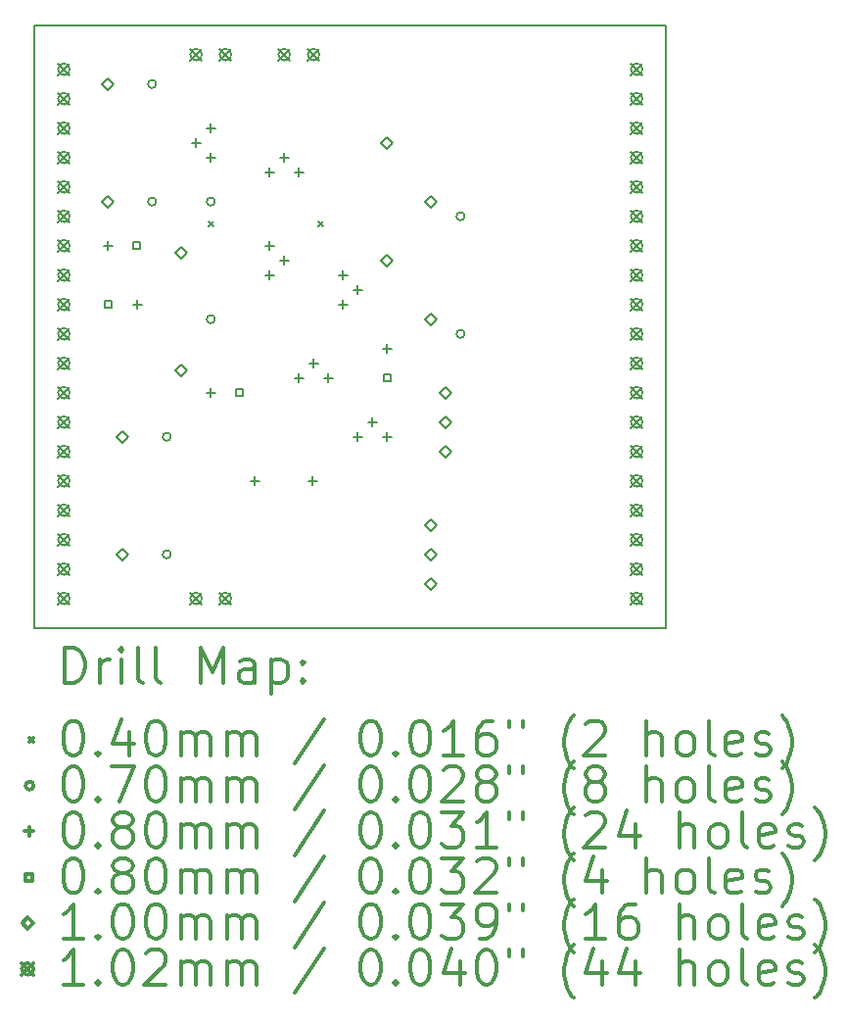
<source format=gbr>
%FSLAX45Y45*%
G04 Gerber Fmt 4.5, Leading zero omitted, Abs format (unit mm)*
G04 Created by KiCad (PCBNEW 4.0.3+e1-6302~38~ubuntu16.04.1-stable) date Thu Aug 25 12:25:44 2016*
%MOMM*%
%LPD*%
G01*
G04 APERTURE LIST*
%ADD10C,0.127000*%
%ADD11C,0.150000*%
%ADD12C,0.200000*%
%ADD13C,0.300000*%
G04 APERTURE END LIST*
D10*
D11*
X9398000Y-7747000D02*
X3937000Y-7747000D01*
X9398000Y-12954000D02*
X9398000Y-7747000D01*
X3937000Y-12954000D02*
X9398000Y-12954000D01*
X3937000Y-7747000D02*
X3937000Y-12954000D01*
D12*
X5441000Y-9441500D02*
X5481000Y-9481500D01*
X5481000Y-9441500D02*
X5441000Y-9481500D01*
X6393500Y-9441500D02*
X6433500Y-9481500D01*
X6433500Y-9441500D02*
X6393500Y-9481500D01*
X4988306Y-8255052D02*
G75*
G03X4988306Y-8255052I-35052J0D01*
G01*
X4988306Y-9271052D02*
G75*
G03X4988306Y-9271052I-35052J0D01*
G01*
X5115306Y-11303052D02*
G75*
G03X5115306Y-11303052I-35052J0D01*
G01*
X5115306Y-12319052D02*
G75*
G03X5115306Y-12319052I-35052J0D01*
G01*
X5496306Y-9271052D02*
G75*
G03X5496306Y-9271052I-35052J0D01*
G01*
X5496306Y-10287052D02*
G75*
G03X5496306Y-10287052I-35052J0D01*
G01*
X7655306Y-9398052D02*
G75*
G03X7655306Y-9398052I-35052J0D01*
G01*
X7655306Y-10414052D02*
G75*
G03X7655306Y-10414052I-35052J0D01*
G01*
X4572000Y-9612000D02*
X4572000Y-9692000D01*
X4532000Y-9652000D02*
X4612000Y-9652000D01*
X4826000Y-10120000D02*
X4826000Y-10200000D01*
X4786000Y-10160000D02*
X4866000Y-10160000D01*
X5334000Y-8723000D02*
X5334000Y-8803000D01*
X5294000Y-8763000D02*
X5374000Y-8763000D01*
X5461000Y-8596000D02*
X5461000Y-8676000D01*
X5421000Y-8636000D02*
X5501000Y-8636000D01*
X5461000Y-8850000D02*
X5461000Y-8930000D01*
X5421000Y-8890000D02*
X5501000Y-8890000D01*
X5461000Y-10882000D02*
X5461000Y-10962000D01*
X5421000Y-10922000D02*
X5501000Y-10922000D01*
X5842000Y-11644000D02*
X5842000Y-11724000D01*
X5802000Y-11684000D02*
X5882000Y-11684000D01*
X5969000Y-8977000D02*
X5969000Y-9057000D01*
X5929000Y-9017000D02*
X6009000Y-9017000D01*
X5969000Y-9612000D02*
X5969000Y-9692000D01*
X5929000Y-9652000D02*
X6009000Y-9652000D01*
X5969000Y-9866000D02*
X5969000Y-9946000D01*
X5929000Y-9906000D02*
X6009000Y-9906000D01*
X6096000Y-8850000D02*
X6096000Y-8930000D01*
X6056000Y-8890000D02*
X6136000Y-8890000D01*
X6096000Y-9739000D02*
X6096000Y-9819000D01*
X6056000Y-9779000D02*
X6136000Y-9779000D01*
X6223000Y-8977000D02*
X6223000Y-9057000D01*
X6183000Y-9017000D02*
X6263000Y-9017000D01*
X6223000Y-10755000D02*
X6223000Y-10835000D01*
X6183000Y-10795000D02*
X6263000Y-10795000D01*
X6342000Y-11644000D02*
X6342000Y-11724000D01*
X6302000Y-11684000D02*
X6382000Y-11684000D01*
X6350000Y-10628000D02*
X6350000Y-10708000D01*
X6310000Y-10668000D02*
X6390000Y-10668000D01*
X6477000Y-10755000D02*
X6477000Y-10835000D01*
X6437000Y-10795000D02*
X6517000Y-10795000D01*
X6604000Y-9866000D02*
X6604000Y-9946000D01*
X6564000Y-9906000D02*
X6644000Y-9906000D01*
X6604000Y-10120000D02*
X6604000Y-10200000D01*
X6564000Y-10160000D02*
X6644000Y-10160000D01*
X6731000Y-9993000D02*
X6731000Y-10073000D01*
X6691000Y-10033000D02*
X6771000Y-10033000D01*
X6731000Y-11263000D02*
X6731000Y-11343000D01*
X6691000Y-11303000D02*
X6771000Y-11303000D01*
X6858000Y-11136000D02*
X6858000Y-11216000D01*
X6818000Y-11176000D02*
X6898000Y-11176000D01*
X6985000Y-10501000D02*
X6985000Y-10581000D01*
X6945000Y-10541000D02*
X7025000Y-10541000D01*
X6985000Y-11263000D02*
X6985000Y-11343000D01*
X6945000Y-11303000D02*
X7025000Y-11303000D01*
X4604288Y-10188288D02*
X4604288Y-10131712D01*
X4547712Y-10131712D01*
X4547712Y-10188288D01*
X4604288Y-10188288D01*
X4850288Y-9680288D02*
X4850288Y-9623712D01*
X4793712Y-9623712D01*
X4793712Y-9680288D01*
X4850288Y-9680288D01*
X5739288Y-10950288D02*
X5739288Y-10893712D01*
X5682712Y-10893712D01*
X5682712Y-10950288D01*
X5739288Y-10950288D01*
X7013288Y-10819288D02*
X7013288Y-10762712D01*
X6956712Y-10762712D01*
X6956712Y-10819288D01*
X7013288Y-10819288D01*
X4572000Y-8305038D02*
X4622038Y-8255000D01*
X4572000Y-8204962D01*
X4521962Y-8255000D01*
X4572000Y-8305038D01*
X4572000Y-9321038D02*
X4622038Y-9271000D01*
X4572000Y-9220962D01*
X4521962Y-9271000D01*
X4572000Y-9321038D01*
X4699000Y-11353038D02*
X4749038Y-11303000D01*
X4699000Y-11252962D01*
X4648962Y-11303000D01*
X4699000Y-11353038D01*
X4699000Y-12369038D02*
X4749038Y-12319000D01*
X4699000Y-12268962D01*
X4648962Y-12319000D01*
X4699000Y-12369038D01*
X5207000Y-9765538D02*
X5257038Y-9715500D01*
X5207000Y-9665462D01*
X5156962Y-9715500D01*
X5207000Y-9765538D01*
X5207000Y-10781538D02*
X5257038Y-10731500D01*
X5207000Y-10681462D01*
X5156962Y-10731500D01*
X5207000Y-10781538D01*
X6985000Y-8813038D02*
X7035038Y-8763000D01*
X6985000Y-8712962D01*
X6934962Y-8763000D01*
X6985000Y-8813038D01*
X6985000Y-9829038D02*
X7035038Y-9779000D01*
X6985000Y-9728962D01*
X6934962Y-9779000D01*
X6985000Y-9829038D01*
X7366000Y-9321038D02*
X7416038Y-9271000D01*
X7366000Y-9220962D01*
X7315962Y-9271000D01*
X7366000Y-9321038D01*
X7366000Y-10337038D02*
X7416038Y-10287000D01*
X7366000Y-10236962D01*
X7315962Y-10287000D01*
X7366000Y-10337038D01*
X7366000Y-12115038D02*
X7416038Y-12065000D01*
X7366000Y-12014962D01*
X7315962Y-12065000D01*
X7366000Y-12115038D01*
X7366000Y-12369038D02*
X7416038Y-12319000D01*
X7366000Y-12268962D01*
X7315962Y-12319000D01*
X7366000Y-12369038D01*
X7366000Y-12623038D02*
X7416038Y-12573000D01*
X7366000Y-12522962D01*
X7315962Y-12573000D01*
X7366000Y-12623038D01*
X7493000Y-10972038D02*
X7543038Y-10922000D01*
X7493000Y-10871962D01*
X7442962Y-10922000D01*
X7493000Y-10972038D01*
X7493000Y-11226038D02*
X7543038Y-11176000D01*
X7493000Y-11125962D01*
X7442962Y-11176000D01*
X7493000Y-11226038D01*
X7493000Y-11480038D02*
X7543038Y-11430000D01*
X7493000Y-11379962D01*
X7442962Y-11430000D01*
X7493000Y-11480038D01*
X4140200Y-8077200D02*
X4241800Y-8178800D01*
X4241800Y-8077200D02*
X4140200Y-8178800D01*
X4241800Y-8128000D02*
G75*
G03X4241800Y-8128000I-50800J0D01*
G01*
X4140200Y-8331200D02*
X4241800Y-8432800D01*
X4241800Y-8331200D02*
X4140200Y-8432800D01*
X4241800Y-8382000D02*
G75*
G03X4241800Y-8382000I-50800J0D01*
G01*
X4140200Y-8585200D02*
X4241800Y-8686800D01*
X4241800Y-8585200D02*
X4140200Y-8686800D01*
X4241800Y-8636000D02*
G75*
G03X4241800Y-8636000I-50800J0D01*
G01*
X4140200Y-8839200D02*
X4241800Y-8940800D01*
X4241800Y-8839200D02*
X4140200Y-8940800D01*
X4241800Y-8890000D02*
G75*
G03X4241800Y-8890000I-50800J0D01*
G01*
X4140200Y-9093200D02*
X4241800Y-9194800D01*
X4241800Y-9093200D02*
X4140200Y-9194800D01*
X4241800Y-9144000D02*
G75*
G03X4241800Y-9144000I-50800J0D01*
G01*
X4140200Y-9347200D02*
X4241800Y-9448800D01*
X4241800Y-9347200D02*
X4140200Y-9448800D01*
X4241800Y-9398000D02*
G75*
G03X4241800Y-9398000I-50800J0D01*
G01*
X4140200Y-9601200D02*
X4241800Y-9702800D01*
X4241800Y-9601200D02*
X4140200Y-9702800D01*
X4241800Y-9652000D02*
G75*
G03X4241800Y-9652000I-50800J0D01*
G01*
X4140200Y-9855200D02*
X4241800Y-9956800D01*
X4241800Y-9855200D02*
X4140200Y-9956800D01*
X4241800Y-9906000D02*
G75*
G03X4241800Y-9906000I-50800J0D01*
G01*
X4140200Y-10109200D02*
X4241800Y-10210800D01*
X4241800Y-10109200D02*
X4140200Y-10210800D01*
X4241800Y-10160000D02*
G75*
G03X4241800Y-10160000I-50800J0D01*
G01*
X4140200Y-10363200D02*
X4241800Y-10464800D01*
X4241800Y-10363200D02*
X4140200Y-10464800D01*
X4241800Y-10414000D02*
G75*
G03X4241800Y-10414000I-50800J0D01*
G01*
X4140200Y-10617200D02*
X4241800Y-10718800D01*
X4241800Y-10617200D02*
X4140200Y-10718800D01*
X4241800Y-10668000D02*
G75*
G03X4241800Y-10668000I-50800J0D01*
G01*
X4140200Y-10871200D02*
X4241800Y-10972800D01*
X4241800Y-10871200D02*
X4140200Y-10972800D01*
X4241800Y-10922000D02*
G75*
G03X4241800Y-10922000I-50800J0D01*
G01*
X4140200Y-11125200D02*
X4241800Y-11226800D01*
X4241800Y-11125200D02*
X4140200Y-11226800D01*
X4241800Y-11176000D02*
G75*
G03X4241800Y-11176000I-50800J0D01*
G01*
X4140200Y-11379200D02*
X4241800Y-11480800D01*
X4241800Y-11379200D02*
X4140200Y-11480800D01*
X4241800Y-11430000D02*
G75*
G03X4241800Y-11430000I-50800J0D01*
G01*
X4140200Y-11633200D02*
X4241800Y-11734800D01*
X4241800Y-11633200D02*
X4140200Y-11734800D01*
X4241800Y-11684000D02*
G75*
G03X4241800Y-11684000I-50800J0D01*
G01*
X4140200Y-11887200D02*
X4241800Y-11988800D01*
X4241800Y-11887200D02*
X4140200Y-11988800D01*
X4241800Y-11938000D02*
G75*
G03X4241800Y-11938000I-50800J0D01*
G01*
X4140200Y-12141200D02*
X4241800Y-12242800D01*
X4241800Y-12141200D02*
X4140200Y-12242800D01*
X4241800Y-12192000D02*
G75*
G03X4241800Y-12192000I-50800J0D01*
G01*
X4140200Y-12395200D02*
X4241800Y-12496800D01*
X4241800Y-12395200D02*
X4140200Y-12496800D01*
X4241800Y-12446000D02*
G75*
G03X4241800Y-12446000I-50800J0D01*
G01*
X4140200Y-12649200D02*
X4241800Y-12750800D01*
X4241800Y-12649200D02*
X4140200Y-12750800D01*
X4241800Y-12700000D02*
G75*
G03X4241800Y-12700000I-50800J0D01*
G01*
X5283200Y-7950200D02*
X5384800Y-8051800D01*
X5384800Y-7950200D02*
X5283200Y-8051800D01*
X5384800Y-8001000D02*
G75*
G03X5384800Y-8001000I-50800J0D01*
G01*
X5283200Y-12649200D02*
X5384800Y-12750800D01*
X5384800Y-12649200D02*
X5283200Y-12750800D01*
X5384800Y-12700000D02*
G75*
G03X5384800Y-12700000I-50800J0D01*
G01*
X5537200Y-7950200D02*
X5638800Y-8051800D01*
X5638800Y-7950200D02*
X5537200Y-8051800D01*
X5638800Y-8001000D02*
G75*
G03X5638800Y-8001000I-50800J0D01*
G01*
X5537200Y-12649200D02*
X5638800Y-12750800D01*
X5638800Y-12649200D02*
X5537200Y-12750800D01*
X5638800Y-12700000D02*
G75*
G03X5638800Y-12700000I-50800J0D01*
G01*
X6045200Y-7950200D02*
X6146800Y-8051800D01*
X6146800Y-7950200D02*
X6045200Y-8051800D01*
X6146800Y-8001000D02*
G75*
G03X6146800Y-8001000I-50800J0D01*
G01*
X6299200Y-7950200D02*
X6400800Y-8051800D01*
X6400800Y-7950200D02*
X6299200Y-8051800D01*
X6400800Y-8001000D02*
G75*
G03X6400800Y-8001000I-50800J0D01*
G01*
X9093200Y-8077200D02*
X9194800Y-8178800D01*
X9194800Y-8077200D02*
X9093200Y-8178800D01*
X9194800Y-8128000D02*
G75*
G03X9194800Y-8128000I-50800J0D01*
G01*
X9093200Y-8331200D02*
X9194800Y-8432800D01*
X9194800Y-8331200D02*
X9093200Y-8432800D01*
X9194800Y-8382000D02*
G75*
G03X9194800Y-8382000I-50800J0D01*
G01*
X9093200Y-8585200D02*
X9194800Y-8686800D01*
X9194800Y-8585200D02*
X9093200Y-8686800D01*
X9194800Y-8636000D02*
G75*
G03X9194800Y-8636000I-50800J0D01*
G01*
X9093200Y-8839200D02*
X9194800Y-8940800D01*
X9194800Y-8839200D02*
X9093200Y-8940800D01*
X9194800Y-8890000D02*
G75*
G03X9194800Y-8890000I-50800J0D01*
G01*
X9093200Y-9093200D02*
X9194800Y-9194800D01*
X9194800Y-9093200D02*
X9093200Y-9194800D01*
X9194800Y-9144000D02*
G75*
G03X9194800Y-9144000I-50800J0D01*
G01*
X9093200Y-9347200D02*
X9194800Y-9448800D01*
X9194800Y-9347200D02*
X9093200Y-9448800D01*
X9194800Y-9398000D02*
G75*
G03X9194800Y-9398000I-50800J0D01*
G01*
X9093200Y-9601200D02*
X9194800Y-9702800D01*
X9194800Y-9601200D02*
X9093200Y-9702800D01*
X9194800Y-9652000D02*
G75*
G03X9194800Y-9652000I-50800J0D01*
G01*
X9093200Y-9855200D02*
X9194800Y-9956800D01*
X9194800Y-9855200D02*
X9093200Y-9956800D01*
X9194800Y-9906000D02*
G75*
G03X9194800Y-9906000I-50800J0D01*
G01*
X9093200Y-10109200D02*
X9194800Y-10210800D01*
X9194800Y-10109200D02*
X9093200Y-10210800D01*
X9194800Y-10160000D02*
G75*
G03X9194800Y-10160000I-50800J0D01*
G01*
X9093200Y-10363200D02*
X9194800Y-10464800D01*
X9194800Y-10363200D02*
X9093200Y-10464800D01*
X9194800Y-10414000D02*
G75*
G03X9194800Y-10414000I-50800J0D01*
G01*
X9093200Y-10617200D02*
X9194800Y-10718800D01*
X9194800Y-10617200D02*
X9093200Y-10718800D01*
X9194800Y-10668000D02*
G75*
G03X9194800Y-10668000I-50800J0D01*
G01*
X9093200Y-10871200D02*
X9194800Y-10972800D01*
X9194800Y-10871200D02*
X9093200Y-10972800D01*
X9194800Y-10922000D02*
G75*
G03X9194800Y-10922000I-50800J0D01*
G01*
X9093200Y-11125200D02*
X9194800Y-11226800D01*
X9194800Y-11125200D02*
X9093200Y-11226800D01*
X9194800Y-11176000D02*
G75*
G03X9194800Y-11176000I-50800J0D01*
G01*
X9093200Y-11379200D02*
X9194800Y-11480800D01*
X9194800Y-11379200D02*
X9093200Y-11480800D01*
X9194800Y-11430000D02*
G75*
G03X9194800Y-11430000I-50800J0D01*
G01*
X9093200Y-11633200D02*
X9194800Y-11734800D01*
X9194800Y-11633200D02*
X9093200Y-11734800D01*
X9194800Y-11684000D02*
G75*
G03X9194800Y-11684000I-50800J0D01*
G01*
X9093200Y-11887200D02*
X9194800Y-11988800D01*
X9194800Y-11887200D02*
X9093200Y-11988800D01*
X9194800Y-11938000D02*
G75*
G03X9194800Y-11938000I-50800J0D01*
G01*
X9093200Y-12141200D02*
X9194800Y-12242800D01*
X9194800Y-12141200D02*
X9093200Y-12242800D01*
X9194800Y-12192000D02*
G75*
G03X9194800Y-12192000I-50800J0D01*
G01*
X9093200Y-12395200D02*
X9194800Y-12496800D01*
X9194800Y-12395200D02*
X9093200Y-12496800D01*
X9194800Y-12446000D02*
G75*
G03X9194800Y-12446000I-50800J0D01*
G01*
X9093200Y-12649200D02*
X9194800Y-12750800D01*
X9194800Y-12649200D02*
X9093200Y-12750800D01*
X9194800Y-12700000D02*
G75*
G03X9194800Y-12700000I-50800J0D01*
G01*
D13*
X4200929Y-13427214D02*
X4200929Y-13127214D01*
X4272357Y-13127214D01*
X4315214Y-13141500D01*
X4343786Y-13170071D01*
X4358071Y-13198643D01*
X4372357Y-13255786D01*
X4372357Y-13298643D01*
X4358071Y-13355786D01*
X4343786Y-13384357D01*
X4315214Y-13412929D01*
X4272357Y-13427214D01*
X4200929Y-13427214D01*
X4500929Y-13427214D02*
X4500929Y-13227214D01*
X4500929Y-13284357D02*
X4515214Y-13255786D01*
X4529500Y-13241500D01*
X4558071Y-13227214D01*
X4586643Y-13227214D01*
X4686643Y-13427214D02*
X4686643Y-13227214D01*
X4686643Y-13127214D02*
X4672357Y-13141500D01*
X4686643Y-13155786D01*
X4700929Y-13141500D01*
X4686643Y-13127214D01*
X4686643Y-13155786D01*
X4872357Y-13427214D02*
X4843786Y-13412929D01*
X4829500Y-13384357D01*
X4829500Y-13127214D01*
X5029500Y-13427214D02*
X5000929Y-13412929D01*
X4986643Y-13384357D01*
X4986643Y-13127214D01*
X5372357Y-13427214D02*
X5372357Y-13127214D01*
X5472357Y-13341500D01*
X5572357Y-13127214D01*
X5572357Y-13427214D01*
X5843786Y-13427214D02*
X5843786Y-13270071D01*
X5829500Y-13241500D01*
X5800928Y-13227214D01*
X5743786Y-13227214D01*
X5715214Y-13241500D01*
X5843786Y-13412929D02*
X5815214Y-13427214D01*
X5743786Y-13427214D01*
X5715214Y-13412929D01*
X5700928Y-13384357D01*
X5700928Y-13355786D01*
X5715214Y-13327214D01*
X5743786Y-13312929D01*
X5815214Y-13312929D01*
X5843786Y-13298643D01*
X5986643Y-13227214D02*
X5986643Y-13527214D01*
X5986643Y-13241500D02*
X6015214Y-13227214D01*
X6072357Y-13227214D01*
X6100928Y-13241500D01*
X6115214Y-13255786D01*
X6129500Y-13284357D01*
X6129500Y-13370071D01*
X6115214Y-13398643D01*
X6100928Y-13412929D01*
X6072357Y-13427214D01*
X6015214Y-13427214D01*
X5986643Y-13412929D01*
X6258071Y-13398643D02*
X6272357Y-13412929D01*
X6258071Y-13427214D01*
X6243786Y-13412929D01*
X6258071Y-13398643D01*
X6258071Y-13427214D01*
X6258071Y-13241500D02*
X6272357Y-13255786D01*
X6258071Y-13270071D01*
X6243786Y-13255786D01*
X6258071Y-13241500D01*
X6258071Y-13270071D01*
X3889500Y-13901500D02*
X3929500Y-13941500D01*
X3929500Y-13901500D02*
X3889500Y-13941500D01*
X4258071Y-13757214D02*
X4286643Y-13757214D01*
X4315214Y-13771500D01*
X4329500Y-13785786D01*
X4343786Y-13814357D01*
X4358071Y-13871500D01*
X4358071Y-13942929D01*
X4343786Y-14000071D01*
X4329500Y-14028643D01*
X4315214Y-14042929D01*
X4286643Y-14057214D01*
X4258071Y-14057214D01*
X4229500Y-14042929D01*
X4215214Y-14028643D01*
X4200929Y-14000071D01*
X4186643Y-13942929D01*
X4186643Y-13871500D01*
X4200929Y-13814357D01*
X4215214Y-13785786D01*
X4229500Y-13771500D01*
X4258071Y-13757214D01*
X4486643Y-14028643D02*
X4500929Y-14042929D01*
X4486643Y-14057214D01*
X4472357Y-14042929D01*
X4486643Y-14028643D01*
X4486643Y-14057214D01*
X4758071Y-13857214D02*
X4758071Y-14057214D01*
X4686643Y-13742929D02*
X4615214Y-13957214D01*
X4800928Y-13957214D01*
X4972357Y-13757214D02*
X5000929Y-13757214D01*
X5029500Y-13771500D01*
X5043786Y-13785786D01*
X5058071Y-13814357D01*
X5072357Y-13871500D01*
X5072357Y-13942929D01*
X5058071Y-14000071D01*
X5043786Y-14028643D01*
X5029500Y-14042929D01*
X5000929Y-14057214D01*
X4972357Y-14057214D01*
X4943786Y-14042929D01*
X4929500Y-14028643D01*
X4915214Y-14000071D01*
X4900929Y-13942929D01*
X4900929Y-13871500D01*
X4915214Y-13814357D01*
X4929500Y-13785786D01*
X4943786Y-13771500D01*
X4972357Y-13757214D01*
X5200929Y-14057214D02*
X5200929Y-13857214D01*
X5200929Y-13885786D02*
X5215214Y-13871500D01*
X5243786Y-13857214D01*
X5286643Y-13857214D01*
X5315214Y-13871500D01*
X5329500Y-13900071D01*
X5329500Y-14057214D01*
X5329500Y-13900071D02*
X5343786Y-13871500D01*
X5372357Y-13857214D01*
X5415214Y-13857214D01*
X5443786Y-13871500D01*
X5458071Y-13900071D01*
X5458071Y-14057214D01*
X5600928Y-14057214D02*
X5600928Y-13857214D01*
X5600928Y-13885786D02*
X5615214Y-13871500D01*
X5643786Y-13857214D01*
X5686643Y-13857214D01*
X5715214Y-13871500D01*
X5729500Y-13900071D01*
X5729500Y-14057214D01*
X5729500Y-13900071D02*
X5743786Y-13871500D01*
X5772357Y-13857214D01*
X5815214Y-13857214D01*
X5843786Y-13871500D01*
X5858071Y-13900071D01*
X5858071Y-14057214D01*
X6443786Y-13742929D02*
X6186643Y-14128643D01*
X6829500Y-13757214D02*
X6858071Y-13757214D01*
X6886643Y-13771500D01*
X6900928Y-13785786D01*
X6915214Y-13814357D01*
X6929500Y-13871500D01*
X6929500Y-13942929D01*
X6915214Y-14000071D01*
X6900928Y-14028643D01*
X6886643Y-14042929D01*
X6858071Y-14057214D01*
X6829500Y-14057214D01*
X6800928Y-14042929D01*
X6786643Y-14028643D01*
X6772357Y-14000071D01*
X6758071Y-13942929D01*
X6758071Y-13871500D01*
X6772357Y-13814357D01*
X6786643Y-13785786D01*
X6800928Y-13771500D01*
X6829500Y-13757214D01*
X7058071Y-14028643D02*
X7072357Y-14042929D01*
X7058071Y-14057214D01*
X7043786Y-14042929D01*
X7058071Y-14028643D01*
X7058071Y-14057214D01*
X7258071Y-13757214D02*
X7286643Y-13757214D01*
X7315214Y-13771500D01*
X7329500Y-13785786D01*
X7343785Y-13814357D01*
X7358071Y-13871500D01*
X7358071Y-13942929D01*
X7343785Y-14000071D01*
X7329500Y-14028643D01*
X7315214Y-14042929D01*
X7286643Y-14057214D01*
X7258071Y-14057214D01*
X7229500Y-14042929D01*
X7215214Y-14028643D01*
X7200928Y-14000071D01*
X7186643Y-13942929D01*
X7186643Y-13871500D01*
X7200928Y-13814357D01*
X7215214Y-13785786D01*
X7229500Y-13771500D01*
X7258071Y-13757214D01*
X7643785Y-14057214D02*
X7472357Y-14057214D01*
X7558071Y-14057214D02*
X7558071Y-13757214D01*
X7529500Y-13800071D01*
X7500928Y-13828643D01*
X7472357Y-13842929D01*
X7900928Y-13757214D02*
X7843785Y-13757214D01*
X7815214Y-13771500D01*
X7800928Y-13785786D01*
X7772357Y-13828643D01*
X7758071Y-13885786D01*
X7758071Y-14000071D01*
X7772357Y-14028643D01*
X7786643Y-14042929D01*
X7815214Y-14057214D01*
X7872357Y-14057214D01*
X7900928Y-14042929D01*
X7915214Y-14028643D01*
X7929500Y-14000071D01*
X7929500Y-13928643D01*
X7915214Y-13900071D01*
X7900928Y-13885786D01*
X7872357Y-13871500D01*
X7815214Y-13871500D01*
X7786643Y-13885786D01*
X7772357Y-13900071D01*
X7758071Y-13928643D01*
X8043786Y-13757214D02*
X8043786Y-13814357D01*
X8158071Y-13757214D02*
X8158071Y-13814357D01*
X8600928Y-14171500D02*
X8586643Y-14157214D01*
X8558071Y-14114357D01*
X8543786Y-14085786D01*
X8529500Y-14042929D01*
X8515214Y-13971500D01*
X8515214Y-13914357D01*
X8529500Y-13842929D01*
X8543786Y-13800071D01*
X8558071Y-13771500D01*
X8586643Y-13728643D01*
X8600928Y-13714357D01*
X8700928Y-13785786D02*
X8715214Y-13771500D01*
X8743786Y-13757214D01*
X8815214Y-13757214D01*
X8843786Y-13771500D01*
X8858071Y-13785786D01*
X8872357Y-13814357D01*
X8872357Y-13842929D01*
X8858071Y-13885786D01*
X8686643Y-14057214D01*
X8872357Y-14057214D01*
X9229500Y-14057214D02*
X9229500Y-13757214D01*
X9358071Y-14057214D02*
X9358071Y-13900071D01*
X9343786Y-13871500D01*
X9315214Y-13857214D01*
X9272357Y-13857214D01*
X9243786Y-13871500D01*
X9229500Y-13885786D01*
X9543786Y-14057214D02*
X9515214Y-14042929D01*
X9500928Y-14028643D01*
X9486643Y-14000071D01*
X9486643Y-13914357D01*
X9500928Y-13885786D01*
X9515214Y-13871500D01*
X9543786Y-13857214D01*
X9586643Y-13857214D01*
X9615214Y-13871500D01*
X9629500Y-13885786D01*
X9643786Y-13914357D01*
X9643786Y-14000071D01*
X9629500Y-14028643D01*
X9615214Y-14042929D01*
X9586643Y-14057214D01*
X9543786Y-14057214D01*
X9815214Y-14057214D02*
X9786643Y-14042929D01*
X9772357Y-14014357D01*
X9772357Y-13757214D01*
X10043786Y-14042929D02*
X10015214Y-14057214D01*
X9958071Y-14057214D01*
X9929500Y-14042929D01*
X9915214Y-14014357D01*
X9915214Y-13900071D01*
X9929500Y-13871500D01*
X9958071Y-13857214D01*
X10015214Y-13857214D01*
X10043786Y-13871500D01*
X10058071Y-13900071D01*
X10058071Y-13928643D01*
X9915214Y-13957214D01*
X10172357Y-14042929D02*
X10200929Y-14057214D01*
X10258071Y-14057214D01*
X10286643Y-14042929D01*
X10300929Y-14014357D01*
X10300929Y-14000071D01*
X10286643Y-13971500D01*
X10258071Y-13957214D01*
X10215214Y-13957214D01*
X10186643Y-13942929D01*
X10172357Y-13914357D01*
X10172357Y-13900071D01*
X10186643Y-13871500D01*
X10215214Y-13857214D01*
X10258071Y-13857214D01*
X10286643Y-13871500D01*
X10400928Y-14171500D02*
X10415214Y-14157214D01*
X10443786Y-14114357D01*
X10458071Y-14085786D01*
X10472357Y-14042929D01*
X10486643Y-13971500D01*
X10486643Y-13914357D01*
X10472357Y-13842929D01*
X10458071Y-13800071D01*
X10443786Y-13771500D01*
X10415214Y-13728643D01*
X10400928Y-13714357D01*
X3929500Y-14317500D02*
G75*
G03X3929500Y-14317500I-35052J0D01*
G01*
X4258071Y-14153214D02*
X4286643Y-14153214D01*
X4315214Y-14167500D01*
X4329500Y-14181786D01*
X4343786Y-14210357D01*
X4358071Y-14267500D01*
X4358071Y-14338929D01*
X4343786Y-14396071D01*
X4329500Y-14424643D01*
X4315214Y-14438929D01*
X4286643Y-14453214D01*
X4258071Y-14453214D01*
X4229500Y-14438929D01*
X4215214Y-14424643D01*
X4200929Y-14396071D01*
X4186643Y-14338929D01*
X4186643Y-14267500D01*
X4200929Y-14210357D01*
X4215214Y-14181786D01*
X4229500Y-14167500D01*
X4258071Y-14153214D01*
X4486643Y-14424643D02*
X4500929Y-14438929D01*
X4486643Y-14453214D01*
X4472357Y-14438929D01*
X4486643Y-14424643D01*
X4486643Y-14453214D01*
X4600928Y-14153214D02*
X4800928Y-14153214D01*
X4672357Y-14453214D01*
X4972357Y-14153214D02*
X5000929Y-14153214D01*
X5029500Y-14167500D01*
X5043786Y-14181786D01*
X5058071Y-14210357D01*
X5072357Y-14267500D01*
X5072357Y-14338929D01*
X5058071Y-14396071D01*
X5043786Y-14424643D01*
X5029500Y-14438929D01*
X5000929Y-14453214D01*
X4972357Y-14453214D01*
X4943786Y-14438929D01*
X4929500Y-14424643D01*
X4915214Y-14396071D01*
X4900929Y-14338929D01*
X4900929Y-14267500D01*
X4915214Y-14210357D01*
X4929500Y-14181786D01*
X4943786Y-14167500D01*
X4972357Y-14153214D01*
X5200929Y-14453214D02*
X5200929Y-14253214D01*
X5200929Y-14281786D02*
X5215214Y-14267500D01*
X5243786Y-14253214D01*
X5286643Y-14253214D01*
X5315214Y-14267500D01*
X5329500Y-14296071D01*
X5329500Y-14453214D01*
X5329500Y-14296071D02*
X5343786Y-14267500D01*
X5372357Y-14253214D01*
X5415214Y-14253214D01*
X5443786Y-14267500D01*
X5458071Y-14296071D01*
X5458071Y-14453214D01*
X5600928Y-14453214D02*
X5600928Y-14253214D01*
X5600928Y-14281786D02*
X5615214Y-14267500D01*
X5643786Y-14253214D01*
X5686643Y-14253214D01*
X5715214Y-14267500D01*
X5729500Y-14296071D01*
X5729500Y-14453214D01*
X5729500Y-14296071D02*
X5743786Y-14267500D01*
X5772357Y-14253214D01*
X5815214Y-14253214D01*
X5843786Y-14267500D01*
X5858071Y-14296071D01*
X5858071Y-14453214D01*
X6443786Y-14138929D02*
X6186643Y-14524643D01*
X6829500Y-14153214D02*
X6858071Y-14153214D01*
X6886643Y-14167500D01*
X6900928Y-14181786D01*
X6915214Y-14210357D01*
X6929500Y-14267500D01*
X6929500Y-14338929D01*
X6915214Y-14396071D01*
X6900928Y-14424643D01*
X6886643Y-14438929D01*
X6858071Y-14453214D01*
X6829500Y-14453214D01*
X6800928Y-14438929D01*
X6786643Y-14424643D01*
X6772357Y-14396071D01*
X6758071Y-14338929D01*
X6758071Y-14267500D01*
X6772357Y-14210357D01*
X6786643Y-14181786D01*
X6800928Y-14167500D01*
X6829500Y-14153214D01*
X7058071Y-14424643D02*
X7072357Y-14438929D01*
X7058071Y-14453214D01*
X7043786Y-14438929D01*
X7058071Y-14424643D01*
X7058071Y-14453214D01*
X7258071Y-14153214D02*
X7286643Y-14153214D01*
X7315214Y-14167500D01*
X7329500Y-14181786D01*
X7343785Y-14210357D01*
X7358071Y-14267500D01*
X7358071Y-14338929D01*
X7343785Y-14396071D01*
X7329500Y-14424643D01*
X7315214Y-14438929D01*
X7286643Y-14453214D01*
X7258071Y-14453214D01*
X7229500Y-14438929D01*
X7215214Y-14424643D01*
X7200928Y-14396071D01*
X7186643Y-14338929D01*
X7186643Y-14267500D01*
X7200928Y-14210357D01*
X7215214Y-14181786D01*
X7229500Y-14167500D01*
X7258071Y-14153214D01*
X7472357Y-14181786D02*
X7486643Y-14167500D01*
X7515214Y-14153214D01*
X7586643Y-14153214D01*
X7615214Y-14167500D01*
X7629500Y-14181786D01*
X7643785Y-14210357D01*
X7643785Y-14238929D01*
X7629500Y-14281786D01*
X7458071Y-14453214D01*
X7643785Y-14453214D01*
X7815214Y-14281786D02*
X7786643Y-14267500D01*
X7772357Y-14253214D01*
X7758071Y-14224643D01*
X7758071Y-14210357D01*
X7772357Y-14181786D01*
X7786643Y-14167500D01*
X7815214Y-14153214D01*
X7872357Y-14153214D01*
X7900928Y-14167500D01*
X7915214Y-14181786D01*
X7929500Y-14210357D01*
X7929500Y-14224643D01*
X7915214Y-14253214D01*
X7900928Y-14267500D01*
X7872357Y-14281786D01*
X7815214Y-14281786D01*
X7786643Y-14296071D01*
X7772357Y-14310357D01*
X7758071Y-14338929D01*
X7758071Y-14396071D01*
X7772357Y-14424643D01*
X7786643Y-14438929D01*
X7815214Y-14453214D01*
X7872357Y-14453214D01*
X7900928Y-14438929D01*
X7915214Y-14424643D01*
X7929500Y-14396071D01*
X7929500Y-14338929D01*
X7915214Y-14310357D01*
X7900928Y-14296071D01*
X7872357Y-14281786D01*
X8043786Y-14153214D02*
X8043786Y-14210357D01*
X8158071Y-14153214D02*
X8158071Y-14210357D01*
X8600928Y-14567500D02*
X8586643Y-14553214D01*
X8558071Y-14510357D01*
X8543786Y-14481786D01*
X8529500Y-14438929D01*
X8515214Y-14367500D01*
X8515214Y-14310357D01*
X8529500Y-14238929D01*
X8543786Y-14196071D01*
X8558071Y-14167500D01*
X8586643Y-14124643D01*
X8600928Y-14110357D01*
X8758071Y-14281786D02*
X8729500Y-14267500D01*
X8715214Y-14253214D01*
X8700928Y-14224643D01*
X8700928Y-14210357D01*
X8715214Y-14181786D01*
X8729500Y-14167500D01*
X8758071Y-14153214D01*
X8815214Y-14153214D01*
X8843786Y-14167500D01*
X8858071Y-14181786D01*
X8872357Y-14210357D01*
X8872357Y-14224643D01*
X8858071Y-14253214D01*
X8843786Y-14267500D01*
X8815214Y-14281786D01*
X8758071Y-14281786D01*
X8729500Y-14296071D01*
X8715214Y-14310357D01*
X8700928Y-14338929D01*
X8700928Y-14396071D01*
X8715214Y-14424643D01*
X8729500Y-14438929D01*
X8758071Y-14453214D01*
X8815214Y-14453214D01*
X8843786Y-14438929D01*
X8858071Y-14424643D01*
X8872357Y-14396071D01*
X8872357Y-14338929D01*
X8858071Y-14310357D01*
X8843786Y-14296071D01*
X8815214Y-14281786D01*
X9229500Y-14453214D02*
X9229500Y-14153214D01*
X9358071Y-14453214D02*
X9358071Y-14296071D01*
X9343786Y-14267500D01*
X9315214Y-14253214D01*
X9272357Y-14253214D01*
X9243786Y-14267500D01*
X9229500Y-14281786D01*
X9543786Y-14453214D02*
X9515214Y-14438929D01*
X9500928Y-14424643D01*
X9486643Y-14396071D01*
X9486643Y-14310357D01*
X9500928Y-14281786D01*
X9515214Y-14267500D01*
X9543786Y-14253214D01*
X9586643Y-14253214D01*
X9615214Y-14267500D01*
X9629500Y-14281786D01*
X9643786Y-14310357D01*
X9643786Y-14396071D01*
X9629500Y-14424643D01*
X9615214Y-14438929D01*
X9586643Y-14453214D01*
X9543786Y-14453214D01*
X9815214Y-14453214D02*
X9786643Y-14438929D01*
X9772357Y-14410357D01*
X9772357Y-14153214D01*
X10043786Y-14438929D02*
X10015214Y-14453214D01*
X9958071Y-14453214D01*
X9929500Y-14438929D01*
X9915214Y-14410357D01*
X9915214Y-14296071D01*
X9929500Y-14267500D01*
X9958071Y-14253214D01*
X10015214Y-14253214D01*
X10043786Y-14267500D01*
X10058071Y-14296071D01*
X10058071Y-14324643D01*
X9915214Y-14353214D01*
X10172357Y-14438929D02*
X10200929Y-14453214D01*
X10258071Y-14453214D01*
X10286643Y-14438929D01*
X10300929Y-14410357D01*
X10300929Y-14396071D01*
X10286643Y-14367500D01*
X10258071Y-14353214D01*
X10215214Y-14353214D01*
X10186643Y-14338929D01*
X10172357Y-14310357D01*
X10172357Y-14296071D01*
X10186643Y-14267500D01*
X10215214Y-14253214D01*
X10258071Y-14253214D01*
X10286643Y-14267500D01*
X10400928Y-14567500D02*
X10415214Y-14553214D01*
X10443786Y-14510357D01*
X10458071Y-14481786D01*
X10472357Y-14438929D01*
X10486643Y-14367500D01*
X10486643Y-14310357D01*
X10472357Y-14238929D01*
X10458071Y-14196071D01*
X10443786Y-14167500D01*
X10415214Y-14124643D01*
X10400928Y-14110357D01*
X3889500Y-14673500D02*
X3889500Y-14753500D01*
X3849500Y-14713500D02*
X3929500Y-14713500D01*
X4258071Y-14549214D02*
X4286643Y-14549214D01*
X4315214Y-14563500D01*
X4329500Y-14577786D01*
X4343786Y-14606357D01*
X4358071Y-14663500D01*
X4358071Y-14734929D01*
X4343786Y-14792071D01*
X4329500Y-14820643D01*
X4315214Y-14834929D01*
X4286643Y-14849214D01*
X4258071Y-14849214D01*
X4229500Y-14834929D01*
X4215214Y-14820643D01*
X4200929Y-14792071D01*
X4186643Y-14734929D01*
X4186643Y-14663500D01*
X4200929Y-14606357D01*
X4215214Y-14577786D01*
X4229500Y-14563500D01*
X4258071Y-14549214D01*
X4486643Y-14820643D02*
X4500929Y-14834929D01*
X4486643Y-14849214D01*
X4472357Y-14834929D01*
X4486643Y-14820643D01*
X4486643Y-14849214D01*
X4672357Y-14677786D02*
X4643786Y-14663500D01*
X4629500Y-14649214D01*
X4615214Y-14620643D01*
X4615214Y-14606357D01*
X4629500Y-14577786D01*
X4643786Y-14563500D01*
X4672357Y-14549214D01*
X4729500Y-14549214D01*
X4758071Y-14563500D01*
X4772357Y-14577786D01*
X4786643Y-14606357D01*
X4786643Y-14620643D01*
X4772357Y-14649214D01*
X4758071Y-14663500D01*
X4729500Y-14677786D01*
X4672357Y-14677786D01*
X4643786Y-14692071D01*
X4629500Y-14706357D01*
X4615214Y-14734929D01*
X4615214Y-14792071D01*
X4629500Y-14820643D01*
X4643786Y-14834929D01*
X4672357Y-14849214D01*
X4729500Y-14849214D01*
X4758071Y-14834929D01*
X4772357Y-14820643D01*
X4786643Y-14792071D01*
X4786643Y-14734929D01*
X4772357Y-14706357D01*
X4758071Y-14692071D01*
X4729500Y-14677786D01*
X4972357Y-14549214D02*
X5000929Y-14549214D01*
X5029500Y-14563500D01*
X5043786Y-14577786D01*
X5058071Y-14606357D01*
X5072357Y-14663500D01*
X5072357Y-14734929D01*
X5058071Y-14792071D01*
X5043786Y-14820643D01*
X5029500Y-14834929D01*
X5000929Y-14849214D01*
X4972357Y-14849214D01*
X4943786Y-14834929D01*
X4929500Y-14820643D01*
X4915214Y-14792071D01*
X4900929Y-14734929D01*
X4900929Y-14663500D01*
X4915214Y-14606357D01*
X4929500Y-14577786D01*
X4943786Y-14563500D01*
X4972357Y-14549214D01*
X5200929Y-14849214D02*
X5200929Y-14649214D01*
X5200929Y-14677786D02*
X5215214Y-14663500D01*
X5243786Y-14649214D01*
X5286643Y-14649214D01*
X5315214Y-14663500D01*
X5329500Y-14692071D01*
X5329500Y-14849214D01*
X5329500Y-14692071D02*
X5343786Y-14663500D01*
X5372357Y-14649214D01*
X5415214Y-14649214D01*
X5443786Y-14663500D01*
X5458071Y-14692071D01*
X5458071Y-14849214D01*
X5600928Y-14849214D02*
X5600928Y-14649214D01*
X5600928Y-14677786D02*
X5615214Y-14663500D01*
X5643786Y-14649214D01*
X5686643Y-14649214D01*
X5715214Y-14663500D01*
X5729500Y-14692071D01*
X5729500Y-14849214D01*
X5729500Y-14692071D02*
X5743786Y-14663500D01*
X5772357Y-14649214D01*
X5815214Y-14649214D01*
X5843786Y-14663500D01*
X5858071Y-14692071D01*
X5858071Y-14849214D01*
X6443786Y-14534929D02*
X6186643Y-14920643D01*
X6829500Y-14549214D02*
X6858071Y-14549214D01*
X6886643Y-14563500D01*
X6900928Y-14577786D01*
X6915214Y-14606357D01*
X6929500Y-14663500D01*
X6929500Y-14734929D01*
X6915214Y-14792071D01*
X6900928Y-14820643D01*
X6886643Y-14834929D01*
X6858071Y-14849214D01*
X6829500Y-14849214D01*
X6800928Y-14834929D01*
X6786643Y-14820643D01*
X6772357Y-14792071D01*
X6758071Y-14734929D01*
X6758071Y-14663500D01*
X6772357Y-14606357D01*
X6786643Y-14577786D01*
X6800928Y-14563500D01*
X6829500Y-14549214D01*
X7058071Y-14820643D02*
X7072357Y-14834929D01*
X7058071Y-14849214D01*
X7043786Y-14834929D01*
X7058071Y-14820643D01*
X7058071Y-14849214D01*
X7258071Y-14549214D02*
X7286643Y-14549214D01*
X7315214Y-14563500D01*
X7329500Y-14577786D01*
X7343785Y-14606357D01*
X7358071Y-14663500D01*
X7358071Y-14734929D01*
X7343785Y-14792071D01*
X7329500Y-14820643D01*
X7315214Y-14834929D01*
X7286643Y-14849214D01*
X7258071Y-14849214D01*
X7229500Y-14834929D01*
X7215214Y-14820643D01*
X7200928Y-14792071D01*
X7186643Y-14734929D01*
X7186643Y-14663500D01*
X7200928Y-14606357D01*
X7215214Y-14577786D01*
X7229500Y-14563500D01*
X7258071Y-14549214D01*
X7458071Y-14549214D02*
X7643785Y-14549214D01*
X7543785Y-14663500D01*
X7586643Y-14663500D01*
X7615214Y-14677786D01*
X7629500Y-14692071D01*
X7643785Y-14720643D01*
X7643785Y-14792071D01*
X7629500Y-14820643D01*
X7615214Y-14834929D01*
X7586643Y-14849214D01*
X7500928Y-14849214D01*
X7472357Y-14834929D01*
X7458071Y-14820643D01*
X7929500Y-14849214D02*
X7758071Y-14849214D01*
X7843785Y-14849214D02*
X7843785Y-14549214D01*
X7815214Y-14592071D01*
X7786643Y-14620643D01*
X7758071Y-14634929D01*
X8043786Y-14549214D02*
X8043786Y-14606357D01*
X8158071Y-14549214D02*
X8158071Y-14606357D01*
X8600928Y-14963500D02*
X8586643Y-14949214D01*
X8558071Y-14906357D01*
X8543786Y-14877786D01*
X8529500Y-14834929D01*
X8515214Y-14763500D01*
X8515214Y-14706357D01*
X8529500Y-14634929D01*
X8543786Y-14592071D01*
X8558071Y-14563500D01*
X8586643Y-14520643D01*
X8600928Y-14506357D01*
X8700928Y-14577786D02*
X8715214Y-14563500D01*
X8743786Y-14549214D01*
X8815214Y-14549214D01*
X8843786Y-14563500D01*
X8858071Y-14577786D01*
X8872357Y-14606357D01*
X8872357Y-14634929D01*
X8858071Y-14677786D01*
X8686643Y-14849214D01*
X8872357Y-14849214D01*
X9129500Y-14649214D02*
X9129500Y-14849214D01*
X9058071Y-14534929D02*
X8986643Y-14749214D01*
X9172357Y-14749214D01*
X9515214Y-14849214D02*
X9515214Y-14549214D01*
X9643786Y-14849214D02*
X9643786Y-14692071D01*
X9629500Y-14663500D01*
X9600928Y-14649214D01*
X9558071Y-14649214D01*
X9529500Y-14663500D01*
X9515214Y-14677786D01*
X9829500Y-14849214D02*
X9800928Y-14834929D01*
X9786643Y-14820643D01*
X9772357Y-14792071D01*
X9772357Y-14706357D01*
X9786643Y-14677786D01*
X9800928Y-14663500D01*
X9829500Y-14649214D01*
X9872357Y-14649214D01*
X9900928Y-14663500D01*
X9915214Y-14677786D01*
X9929500Y-14706357D01*
X9929500Y-14792071D01*
X9915214Y-14820643D01*
X9900928Y-14834929D01*
X9872357Y-14849214D01*
X9829500Y-14849214D01*
X10100928Y-14849214D02*
X10072357Y-14834929D01*
X10058071Y-14806357D01*
X10058071Y-14549214D01*
X10329500Y-14834929D02*
X10300929Y-14849214D01*
X10243786Y-14849214D01*
X10215214Y-14834929D01*
X10200929Y-14806357D01*
X10200929Y-14692071D01*
X10215214Y-14663500D01*
X10243786Y-14649214D01*
X10300929Y-14649214D01*
X10329500Y-14663500D01*
X10343786Y-14692071D01*
X10343786Y-14720643D01*
X10200929Y-14749214D01*
X10458071Y-14834929D02*
X10486643Y-14849214D01*
X10543786Y-14849214D01*
X10572357Y-14834929D01*
X10586643Y-14806357D01*
X10586643Y-14792071D01*
X10572357Y-14763500D01*
X10543786Y-14749214D01*
X10500929Y-14749214D01*
X10472357Y-14734929D01*
X10458071Y-14706357D01*
X10458071Y-14692071D01*
X10472357Y-14663500D01*
X10500929Y-14649214D01*
X10543786Y-14649214D01*
X10572357Y-14663500D01*
X10686643Y-14963500D02*
X10700929Y-14949214D01*
X10729500Y-14906357D01*
X10743786Y-14877786D01*
X10758071Y-14834929D01*
X10772357Y-14763500D01*
X10772357Y-14706357D01*
X10758071Y-14634929D01*
X10743786Y-14592071D01*
X10729500Y-14563500D01*
X10700929Y-14520643D01*
X10686643Y-14506357D01*
X3917783Y-15137788D02*
X3917783Y-15081212D01*
X3861207Y-15081212D01*
X3861207Y-15137788D01*
X3917783Y-15137788D01*
X4258071Y-14945214D02*
X4286643Y-14945214D01*
X4315214Y-14959500D01*
X4329500Y-14973786D01*
X4343786Y-15002357D01*
X4358071Y-15059500D01*
X4358071Y-15130929D01*
X4343786Y-15188071D01*
X4329500Y-15216643D01*
X4315214Y-15230929D01*
X4286643Y-15245214D01*
X4258071Y-15245214D01*
X4229500Y-15230929D01*
X4215214Y-15216643D01*
X4200929Y-15188071D01*
X4186643Y-15130929D01*
X4186643Y-15059500D01*
X4200929Y-15002357D01*
X4215214Y-14973786D01*
X4229500Y-14959500D01*
X4258071Y-14945214D01*
X4486643Y-15216643D02*
X4500929Y-15230929D01*
X4486643Y-15245214D01*
X4472357Y-15230929D01*
X4486643Y-15216643D01*
X4486643Y-15245214D01*
X4672357Y-15073786D02*
X4643786Y-15059500D01*
X4629500Y-15045214D01*
X4615214Y-15016643D01*
X4615214Y-15002357D01*
X4629500Y-14973786D01*
X4643786Y-14959500D01*
X4672357Y-14945214D01*
X4729500Y-14945214D01*
X4758071Y-14959500D01*
X4772357Y-14973786D01*
X4786643Y-15002357D01*
X4786643Y-15016643D01*
X4772357Y-15045214D01*
X4758071Y-15059500D01*
X4729500Y-15073786D01*
X4672357Y-15073786D01*
X4643786Y-15088071D01*
X4629500Y-15102357D01*
X4615214Y-15130929D01*
X4615214Y-15188071D01*
X4629500Y-15216643D01*
X4643786Y-15230929D01*
X4672357Y-15245214D01*
X4729500Y-15245214D01*
X4758071Y-15230929D01*
X4772357Y-15216643D01*
X4786643Y-15188071D01*
X4786643Y-15130929D01*
X4772357Y-15102357D01*
X4758071Y-15088071D01*
X4729500Y-15073786D01*
X4972357Y-14945214D02*
X5000929Y-14945214D01*
X5029500Y-14959500D01*
X5043786Y-14973786D01*
X5058071Y-15002357D01*
X5072357Y-15059500D01*
X5072357Y-15130929D01*
X5058071Y-15188071D01*
X5043786Y-15216643D01*
X5029500Y-15230929D01*
X5000929Y-15245214D01*
X4972357Y-15245214D01*
X4943786Y-15230929D01*
X4929500Y-15216643D01*
X4915214Y-15188071D01*
X4900929Y-15130929D01*
X4900929Y-15059500D01*
X4915214Y-15002357D01*
X4929500Y-14973786D01*
X4943786Y-14959500D01*
X4972357Y-14945214D01*
X5200929Y-15245214D02*
X5200929Y-15045214D01*
X5200929Y-15073786D02*
X5215214Y-15059500D01*
X5243786Y-15045214D01*
X5286643Y-15045214D01*
X5315214Y-15059500D01*
X5329500Y-15088071D01*
X5329500Y-15245214D01*
X5329500Y-15088071D02*
X5343786Y-15059500D01*
X5372357Y-15045214D01*
X5415214Y-15045214D01*
X5443786Y-15059500D01*
X5458071Y-15088071D01*
X5458071Y-15245214D01*
X5600928Y-15245214D02*
X5600928Y-15045214D01*
X5600928Y-15073786D02*
X5615214Y-15059500D01*
X5643786Y-15045214D01*
X5686643Y-15045214D01*
X5715214Y-15059500D01*
X5729500Y-15088071D01*
X5729500Y-15245214D01*
X5729500Y-15088071D02*
X5743786Y-15059500D01*
X5772357Y-15045214D01*
X5815214Y-15045214D01*
X5843786Y-15059500D01*
X5858071Y-15088071D01*
X5858071Y-15245214D01*
X6443786Y-14930929D02*
X6186643Y-15316643D01*
X6829500Y-14945214D02*
X6858071Y-14945214D01*
X6886643Y-14959500D01*
X6900928Y-14973786D01*
X6915214Y-15002357D01*
X6929500Y-15059500D01*
X6929500Y-15130929D01*
X6915214Y-15188071D01*
X6900928Y-15216643D01*
X6886643Y-15230929D01*
X6858071Y-15245214D01*
X6829500Y-15245214D01*
X6800928Y-15230929D01*
X6786643Y-15216643D01*
X6772357Y-15188071D01*
X6758071Y-15130929D01*
X6758071Y-15059500D01*
X6772357Y-15002357D01*
X6786643Y-14973786D01*
X6800928Y-14959500D01*
X6829500Y-14945214D01*
X7058071Y-15216643D02*
X7072357Y-15230929D01*
X7058071Y-15245214D01*
X7043786Y-15230929D01*
X7058071Y-15216643D01*
X7058071Y-15245214D01*
X7258071Y-14945214D02*
X7286643Y-14945214D01*
X7315214Y-14959500D01*
X7329500Y-14973786D01*
X7343785Y-15002357D01*
X7358071Y-15059500D01*
X7358071Y-15130929D01*
X7343785Y-15188071D01*
X7329500Y-15216643D01*
X7315214Y-15230929D01*
X7286643Y-15245214D01*
X7258071Y-15245214D01*
X7229500Y-15230929D01*
X7215214Y-15216643D01*
X7200928Y-15188071D01*
X7186643Y-15130929D01*
X7186643Y-15059500D01*
X7200928Y-15002357D01*
X7215214Y-14973786D01*
X7229500Y-14959500D01*
X7258071Y-14945214D01*
X7458071Y-14945214D02*
X7643785Y-14945214D01*
X7543785Y-15059500D01*
X7586643Y-15059500D01*
X7615214Y-15073786D01*
X7629500Y-15088071D01*
X7643785Y-15116643D01*
X7643785Y-15188071D01*
X7629500Y-15216643D01*
X7615214Y-15230929D01*
X7586643Y-15245214D01*
X7500928Y-15245214D01*
X7472357Y-15230929D01*
X7458071Y-15216643D01*
X7758071Y-14973786D02*
X7772357Y-14959500D01*
X7800928Y-14945214D01*
X7872357Y-14945214D01*
X7900928Y-14959500D01*
X7915214Y-14973786D01*
X7929500Y-15002357D01*
X7929500Y-15030929D01*
X7915214Y-15073786D01*
X7743785Y-15245214D01*
X7929500Y-15245214D01*
X8043786Y-14945214D02*
X8043786Y-15002357D01*
X8158071Y-14945214D02*
X8158071Y-15002357D01*
X8600928Y-15359500D02*
X8586643Y-15345214D01*
X8558071Y-15302357D01*
X8543786Y-15273786D01*
X8529500Y-15230929D01*
X8515214Y-15159500D01*
X8515214Y-15102357D01*
X8529500Y-15030929D01*
X8543786Y-14988071D01*
X8558071Y-14959500D01*
X8586643Y-14916643D01*
X8600928Y-14902357D01*
X8843786Y-15045214D02*
X8843786Y-15245214D01*
X8772357Y-14930929D02*
X8700928Y-15145214D01*
X8886643Y-15145214D01*
X9229500Y-15245214D02*
X9229500Y-14945214D01*
X9358071Y-15245214D02*
X9358071Y-15088071D01*
X9343786Y-15059500D01*
X9315214Y-15045214D01*
X9272357Y-15045214D01*
X9243786Y-15059500D01*
X9229500Y-15073786D01*
X9543786Y-15245214D02*
X9515214Y-15230929D01*
X9500928Y-15216643D01*
X9486643Y-15188071D01*
X9486643Y-15102357D01*
X9500928Y-15073786D01*
X9515214Y-15059500D01*
X9543786Y-15045214D01*
X9586643Y-15045214D01*
X9615214Y-15059500D01*
X9629500Y-15073786D01*
X9643786Y-15102357D01*
X9643786Y-15188071D01*
X9629500Y-15216643D01*
X9615214Y-15230929D01*
X9586643Y-15245214D01*
X9543786Y-15245214D01*
X9815214Y-15245214D02*
X9786643Y-15230929D01*
X9772357Y-15202357D01*
X9772357Y-14945214D01*
X10043786Y-15230929D02*
X10015214Y-15245214D01*
X9958071Y-15245214D01*
X9929500Y-15230929D01*
X9915214Y-15202357D01*
X9915214Y-15088071D01*
X9929500Y-15059500D01*
X9958071Y-15045214D01*
X10015214Y-15045214D01*
X10043786Y-15059500D01*
X10058071Y-15088071D01*
X10058071Y-15116643D01*
X9915214Y-15145214D01*
X10172357Y-15230929D02*
X10200929Y-15245214D01*
X10258071Y-15245214D01*
X10286643Y-15230929D01*
X10300929Y-15202357D01*
X10300929Y-15188071D01*
X10286643Y-15159500D01*
X10258071Y-15145214D01*
X10215214Y-15145214D01*
X10186643Y-15130929D01*
X10172357Y-15102357D01*
X10172357Y-15088071D01*
X10186643Y-15059500D01*
X10215214Y-15045214D01*
X10258071Y-15045214D01*
X10286643Y-15059500D01*
X10400928Y-15359500D02*
X10415214Y-15345214D01*
X10443786Y-15302357D01*
X10458071Y-15273786D01*
X10472357Y-15230929D01*
X10486643Y-15159500D01*
X10486643Y-15102357D01*
X10472357Y-15030929D01*
X10458071Y-14988071D01*
X10443786Y-14959500D01*
X10415214Y-14916643D01*
X10400928Y-14902357D01*
X3879462Y-15555538D02*
X3929500Y-15505500D01*
X3879462Y-15455462D01*
X3829424Y-15505500D01*
X3879462Y-15555538D01*
X4358071Y-15641214D02*
X4186643Y-15641214D01*
X4272357Y-15641214D02*
X4272357Y-15341214D01*
X4243786Y-15384071D01*
X4215214Y-15412643D01*
X4186643Y-15426929D01*
X4486643Y-15612643D02*
X4500929Y-15626929D01*
X4486643Y-15641214D01*
X4472357Y-15626929D01*
X4486643Y-15612643D01*
X4486643Y-15641214D01*
X4686643Y-15341214D02*
X4715214Y-15341214D01*
X4743786Y-15355500D01*
X4758071Y-15369786D01*
X4772357Y-15398357D01*
X4786643Y-15455500D01*
X4786643Y-15526929D01*
X4772357Y-15584071D01*
X4758071Y-15612643D01*
X4743786Y-15626929D01*
X4715214Y-15641214D01*
X4686643Y-15641214D01*
X4658071Y-15626929D01*
X4643786Y-15612643D01*
X4629500Y-15584071D01*
X4615214Y-15526929D01*
X4615214Y-15455500D01*
X4629500Y-15398357D01*
X4643786Y-15369786D01*
X4658071Y-15355500D01*
X4686643Y-15341214D01*
X4972357Y-15341214D02*
X5000929Y-15341214D01*
X5029500Y-15355500D01*
X5043786Y-15369786D01*
X5058071Y-15398357D01*
X5072357Y-15455500D01*
X5072357Y-15526929D01*
X5058071Y-15584071D01*
X5043786Y-15612643D01*
X5029500Y-15626929D01*
X5000929Y-15641214D01*
X4972357Y-15641214D01*
X4943786Y-15626929D01*
X4929500Y-15612643D01*
X4915214Y-15584071D01*
X4900929Y-15526929D01*
X4900929Y-15455500D01*
X4915214Y-15398357D01*
X4929500Y-15369786D01*
X4943786Y-15355500D01*
X4972357Y-15341214D01*
X5200929Y-15641214D02*
X5200929Y-15441214D01*
X5200929Y-15469786D02*
X5215214Y-15455500D01*
X5243786Y-15441214D01*
X5286643Y-15441214D01*
X5315214Y-15455500D01*
X5329500Y-15484071D01*
X5329500Y-15641214D01*
X5329500Y-15484071D02*
X5343786Y-15455500D01*
X5372357Y-15441214D01*
X5415214Y-15441214D01*
X5443786Y-15455500D01*
X5458071Y-15484071D01*
X5458071Y-15641214D01*
X5600928Y-15641214D02*
X5600928Y-15441214D01*
X5600928Y-15469786D02*
X5615214Y-15455500D01*
X5643786Y-15441214D01*
X5686643Y-15441214D01*
X5715214Y-15455500D01*
X5729500Y-15484071D01*
X5729500Y-15641214D01*
X5729500Y-15484071D02*
X5743786Y-15455500D01*
X5772357Y-15441214D01*
X5815214Y-15441214D01*
X5843786Y-15455500D01*
X5858071Y-15484071D01*
X5858071Y-15641214D01*
X6443786Y-15326929D02*
X6186643Y-15712643D01*
X6829500Y-15341214D02*
X6858071Y-15341214D01*
X6886643Y-15355500D01*
X6900928Y-15369786D01*
X6915214Y-15398357D01*
X6929500Y-15455500D01*
X6929500Y-15526929D01*
X6915214Y-15584071D01*
X6900928Y-15612643D01*
X6886643Y-15626929D01*
X6858071Y-15641214D01*
X6829500Y-15641214D01*
X6800928Y-15626929D01*
X6786643Y-15612643D01*
X6772357Y-15584071D01*
X6758071Y-15526929D01*
X6758071Y-15455500D01*
X6772357Y-15398357D01*
X6786643Y-15369786D01*
X6800928Y-15355500D01*
X6829500Y-15341214D01*
X7058071Y-15612643D02*
X7072357Y-15626929D01*
X7058071Y-15641214D01*
X7043786Y-15626929D01*
X7058071Y-15612643D01*
X7058071Y-15641214D01*
X7258071Y-15341214D02*
X7286643Y-15341214D01*
X7315214Y-15355500D01*
X7329500Y-15369786D01*
X7343785Y-15398357D01*
X7358071Y-15455500D01*
X7358071Y-15526929D01*
X7343785Y-15584071D01*
X7329500Y-15612643D01*
X7315214Y-15626929D01*
X7286643Y-15641214D01*
X7258071Y-15641214D01*
X7229500Y-15626929D01*
X7215214Y-15612643D01*
X7200928Y-15584071D01*
X7186643Y-15526929D01*
X7186643Y-15455500D01*
X7200928Y-15398357D01*
X7215214Y-15369786D01*
X7229500Y-15355500D01*
X7258071Y-15341214D01*
X7458071Y-15341214D02*
X7643785Y-15341214D01*
X7543785Y-15455500D01*
X7586643Y-15455500D01*
X7615214Y-15469786D01*
X7629500Y-15484071D01*
X7643785Y-15512643D01*
X7643785Y-15584071D01*
X7629500Y-15612643D01*
X7615214Y-15626929D01*
X7586643Y-15641214D01*
X7500928Y-15641214D01*
X7472357Y-15626929D01*
X7458071Y-15612643D01*
X7786643Y-15641214D02*
X7843785Y-15641214D01*
X7872357Y-15626929D01*
X7886643Y-15612643D01*
X7915214Y-15569786D01*
X7929500Y-15512643D01*
X7929500Y-15398357D01*
X7915214Y-15369786D01*
X7900928Y-15355500D01*
X7872357Y-15341214D01*
X7815214Y-15341214D01*
X7786643Y-15355500D01*
X7772357Y-15369786D01*
X7758071Y-15398357D01*
X7758071Y-15469786D01*
X7772357Y-15498357D01*
X7786643Y-15512643D01*
X7815214Y-15526929D01*
X7872357Y-15526929D01*
X7900928Y-15512643D01*
X7915214Y-15498357D01*
X7929500Y-15469786D01*
X8043786Y-15341214D02*
X8043786Y-15398357D01*
X8158071Y-15341214D02*
X8158071Y-15398357D01*
X8600928Y-15755500D02*
X8586643Y-15741214D01*
X8558071Y-15698357D01*
X8543786Y-15669786D01*
X8529500Y-15626929D01*
X8515214Y-15555500D01*
X8515214Y-15498357D01*
X8529500Y-15426929D01*
X8543786Y-15384071D01*
X8558071Y-15355500D01*
X8586643Y-15312643D01*
X8600928Y-15298357D01*
X8872357Y-15641214D02*
X8700928Y-15641214D01*
X8786643Y-15641214D02*
X8786643Y-15341214D01*
X8758071Y-15384071D01*
X8729500Y-15412643D01*
X8700928Y-15426929D01*
X9129500Y-15341214D02*
X9072357Y-15341214D01*
X9043786Y-15355500D01*
X9029500Y-15369786D01*
X9000928Y-15412643D01*
X8986643Y-15469786D01*
X8986643Y-15584071D01*
X9000928Y-15612643D01*
X9015214Y-15626929D01*
X9043786Y-15641214D01*
X9100928Y-15641214D01*
X9129500Y-15626929D01*
X9143786Y-15612643D01*
X9158071Y-15584071D01*
X9158071Y-15512643D01*
X9143786Y-15484071D01*
X9129500Y-15469786D01*
X9100928Y-15455500D01*
X9043786Y-15455500D01*
X9015214Y-15469786D01*
X9000928Y-15484071D01*
X8986643Y-15512643D01*
X9515214Y-15641214D02*
X9515214Y-15341214D01*
X9643786Y-15641214D02*
X9643786Y-15484071D01*
X9629500Y-15455500D01*
X9600928Y-15441214D01*
X9558071Y-15441214D01*
X9529500Y-15455500D01*
X9515214Y-15469786D01*
X9829500Y-15641214D02*
X9800928Y-15626929D01*
X9786643Y-15612643D01*
X9772357Y-15584071D01*
X9772357Y-15498357D01*
X9786643Y-15469786D01*
X9800928Y-15455500D01*
X9829500Y-15441214D01*
X9872357Y-15441214D01*
X9900928Y-15455500D01*
X9915214Y-15469786D01*
X9929500Y-15498357D01*
X9929500Y-15584071D01*
X9915214Y-15612643D01*
X9900928Y-15626929D01*
X9872357Y-15641214D01*
X9829500Y-15641214D01*
X10100928Y-15641214D02*
X10072357Y-15626929D01*
X10058071Y-15598357D01*
X10058071Y-15341214D01*
X10329500Y-15626929D02*
X10300929Y-15641214D01*
X10243786Y-15641214D01*
X10215214Y-15626929D01*
X10200929Y-15598357D01*
X10200929Y-15484071D01*
X10215214Y-15455500D01*
X10243786Y-15441214D01*
X10300929Y-15441214D01*
X10329500Y-15455500D01*
X10343786Y-15484071D01*
X10343786Y-15512643D01*
X10200929Y-15541214D01*
X10458071Y-15626929D02*
X10486643Y-15641214D01*
X10543786Y-15641214D01*
X10572357Y-15626929D01*
X10586643Y-15598357D01*
X10586643Y-15584071D01*
X10572357Y-15555500D01*
X10543786Y-15541214D01*
X10500929Y-15541214D01*
X10472357Y-15526929D01*
X10458071Y-15498357D01*
X10458071Y-15484071D01*
X10472357Y-15455500D01*
X10500929Y-15441214D01*
X10543786Y-15441214D01*
X10572357Y-15455500D01*
X10686643Y-15755500D02*
X10700929Y-15741214D01*
X10729500Y-15698357D01*
X10743786Y-15669786D01*
X10758071Y-15626929D01*
X10772357Y-15555500D01*
X10772357Y-15498357D01*
X10758071Y-15426929D01*
X10743786Y-15384071D01*
X10729500Y-15355500D01*
X10700929Y-15312643D01*
X10686643Y-15298357D01*
X3827900Y-15850700D02*
X3929500Y-15952300D01*
X3929500Y-15850700D02*
X3827900Y-15952300D01*
X3929500Y-15901500D02*
G75*
G03X3929500Y-15901500I-50800J0D01*
G01*
X4358071Y-16037214D02*
X4186643Y-16037214D01*
X4272357Y-16037214D02*
X4272357Y-15737214D01*
X4243786Y-15780071D01*
X4215214Y-15808643D01*
X4186643Y-15822929D01*
X4486643Y-16008643D02*
X4500929Y-16022929D01*
X4486643Y-16037214D01*
X4472357Y-16022929D01*
X4486643Y-16008643D01*
X4486643Y-16037214D01*
X4686643Y-15737214D02*
X4715214Y-15737214D01*
X4743786Y-15751500D01*
X4758071Y-15765786D01*
X4772357Y-15794357D01*
X4786643Y-15851500D01*
X4786643Y-15922929D01*
X4772357Y-15980071D01*
X4758071Y-16008643D01*
X4743786Y-16022929D01*
X4715214Y-16037214D01*
X4686643Y-16037214D01*
X4658071Y-16022929D01*
X4643786Y-16008643D01*
X4629500Y-15980071D01*
X4615214Y-15922929D01*
X4615214Y-15851500D01*
X4629500Y-15794357D01*
X4643786Y-15765786D01*
X4658071Y-15751500D01*
X4686643Y-15737214D01*
X4900929Y-15765786D02*
X4915214Y-15751500D01*
X4943786Y-15737214D01*
X5015214Y-15737214D01*
X5043786Y-15751500D01*
X5058071Y-15765786D01*
X5072357Y-15794357D01*
X5072357Y-15822929D01*
X5058071Y-15865786D01*
X4886643Y-16037214D01*
X5072357Y-16037214D01*
X5200929Y-16037214D02*
X5200929Y-15837214D01*
X5200929Y-15865786D02*
X5215214Y-15851500D01*
X5243786Y-15837214D01*
X5286643Y-15837214D01*
X5315214Y-15851500D01*
X5329500Y-15880071D01*
X5329500Y-16037214D01*
X5329500Y-15880071D02*
X5343786Y-15851500D01*
X5372357Y-15837214D01*
X5415214Y-15837214D01*
X5443786Y-15851500D01*
X5458071Y-15880071D01*
X5458071Y-16037214D01*
X5600928Y-16037214D02*
X5600928Y-15837214D01*
X5600928Y-15865786D02*
X5615214Y-15851500D01*
X5643786Y-15837214D01*
X5686643Y-15837214D01*
X5715214Y-15851500D01*
X5729500Y-15880071D01*
X5729500Y-16037214D01*
X5729500Y-15880071D02*
X5743786Y-15851500D01*
X5772357Y-15837214D01*
X5815214Y-15837214D01*
X5843786Y-15851500D01*
X5858071Y-15880071D01*
X5858071Y-16037214D01*
X6443786Y-15722929D02*
X6186643Y-16108643D01*
X6829500Y-15737214D02*
X6858071Y-15737214D01*
X6886643Y-15751500D01*
X6900928Y-15765786D01*
X6915214Y-15794357D01*
X6929500Y-15851500D01*
X6929500Y-15922929D01*
X6915214Y-15980071D01*
X6900928Y-16008643D01*
X6886643Y-16022929D01*
X6858071Y-16037214D01*
X6829500Y-16037214D01*
X6800928Y-16022929D01*
X6786643Y-16008643D01*
X6772357Y-15980071D01*
X6758071Y-15922929D01*
X6758071Y-15851500D01*
X6772357Y-15794357D01*
X6786643Y-15765786D01*
X6800928Y-15751500D01*
X6829500Y-15737214D01*
X7058071Y-16008643D02*
X7072357Y-16022929D01*
X7058071Y-16037214D01*
X7043786Y-16022929D01*
X7058071Y-16008643D01*
X7058071Y-16037214D01*
X7258071Y-15737214D02*
X7286643Y-15737214D01*
X7315214Y-15751500D01*
X7329500Y-15765786D01*
X7343785Y-15794357D01*
X7358071Y-15851500D01*
X7358071Y-15922929D01*
X7343785Y-15980071D01*
X7329500Y-16008643D01*
X7315214Y-16022929D01*
X7286643Y-16037214D01*
X7258071Y-16037214D01*
X7229500Y-16022929D01*
X7215214Y-16008643D01*
X7200928Y-15980071D01*
X7186643Y-15922929D01*
X7186643Y-15851500D01*
X7200928Y-15794357D01*
X7215214Y-15765786D01*
X7229500Y-15751500D01*
X7258071Y-15737214D01*
X7615214Y-15837214D02*
X7615214Y-16037214D01*
X7543785Y-15722929D02*
X7472357Y-15937214D01*
X7658071Y-15937214D01*
X7829500Y-15737214D02*
X7858071Y-15737214D01*
X7886643Y-15751500D01*
X7900928Y-15765786D01*
X7915214Y-15794357D01*
X7929500Y-15851500D01*
X7929500Y-15922929D01*
X7915214Y-15980071D01*
X7900928Y-16008643D01*
X7886643Y-16022929D01*
X7858071Y-16037214D01*
X7829500Y-16037214D01*
X7800928Y-16022929D01*
X7786643Y-16008643D01*
X7772357Y-15980071D01*
X7758071Y-15922929D01*
X7758071Y-15851500D01*
X7772357Y-15794357D01*
X7786643Y-15765786D01*
X7800928Y-15751500D01*
X7829500Y-15737214D01*
X8043786Y-15737214D02*
X8043786Y-15794357D01*
X8158071Y-15737214D02*
X8158071Y-15794357D01*
X8600928Y-16151500D02*
X8586643Y-16137214D01*
X8558071Y-16094357D01*
X8543786Y-16065786D01*
X8529500Y-16022929D01*
X8515214Y-15951500D01*
X8515214Y-15894357D01*
X8529500Y-15822929D01*
X8543786Y-15780071D01*
X8558071Y-15751500D01*
X8586643Y-15708643D01*
X8600928Y-15694357D01*
X8843786Y-15837214D02*
X8843786Y-16037214D01*
X8772357Y-15722929D02*
X8700928Y-15937214D01*
X8886643Y-15937214D01*
X9129500Y-15837214D02*
X9129500Y-16037214D01*
X9058071Y-15722929D02*
X8986643Y-15937214D01*
X9172357Y-15937214D01*
X9515214Y-16037214D02*
X9515214Y-15737214D01*
X9643786Y-16037214D02*
X9643786Y-15880071D01*
X9629500Y-15851500D01*
X9600928Y-15837214D01*
X9558071Y-15837214D01*
X9529500Y-15851500D01*
X9515214Y-15865786D01*
X9829500Y-16037214D02*
X9800928Y-16022929D01*
X9786643Y-16008643D01*
X9772357Y-15980071D01*
X9772357Y-15894357D01*
X9786643Y-15865786D01*
X9800928Y-15851500D01*
X9829500Y-15837214D01*
X9872357Y-15837214D01*
X9900928Y-15851500D01*
X9915214Y-15865786D01*
X9929500Y-15894357D01*
X9929500Y-15980071D01*
X9915214Y-16008643D01*
X9900928Y-16022929D01*
X9872357Y-16037214D01*
X9829500Y-16037214D01*
X10100928Y-16037214D02*
X10072357Y-16022929D01*
X10058071Y-15994357D01*
X10058071Y-15737214D01*
X10329500Y-16022929D02*
X10300929Y-16037214D01*
X10243786Y-16037214D01*
X10215214Y-16022929D01*
X10200929Y-15994357D01*
X10200929Y-15880071D01*
X10215214Y-15851500D01*
X10243786Y-15837214D01*
X10300929Y-15837214D01*
X10329500Y-15851500D01*
X10343786Y-15880071D01*
X10343786Y-15908643D01*
X10200929Y-15937214D01*
X10458071Y-16022929D02*
X10486643Y-16037214D01*
X10543786Y-16037214D01*
X10572357Y-16022929D01*
X10586643Y-15994357D01*
X10586643Y-15980071D01*
X10572357Y-15951500D01*
X10543786Y-15937214D01*
X10500929Y-15937214D01*
X10472357Y-15922929D01*
X10458071Y-15894357D01*
X10458071Y-15880071D01*
X10472357Y-15851500D01*
X10500929Y-15837214D01*
X10543786Y-15837214D01*
X10572357Y-15851500D01*
X10686643Y-16151500D02*
X10700929Y-16137214D01*
X10729500Y-16094357D01*
X10743786Y-16065786D01*
X10758071Y-16022929D01*
X10772357Y-15951500D01*
X10772357Y-15894357D01*
X10758071Y-15822929D01*
X10743786Y-15780071D01*
X10729500Y-15751500D01*
X10700929Y-15708643D01*
X10686643Y-15694357D01*
M02*

</source>
